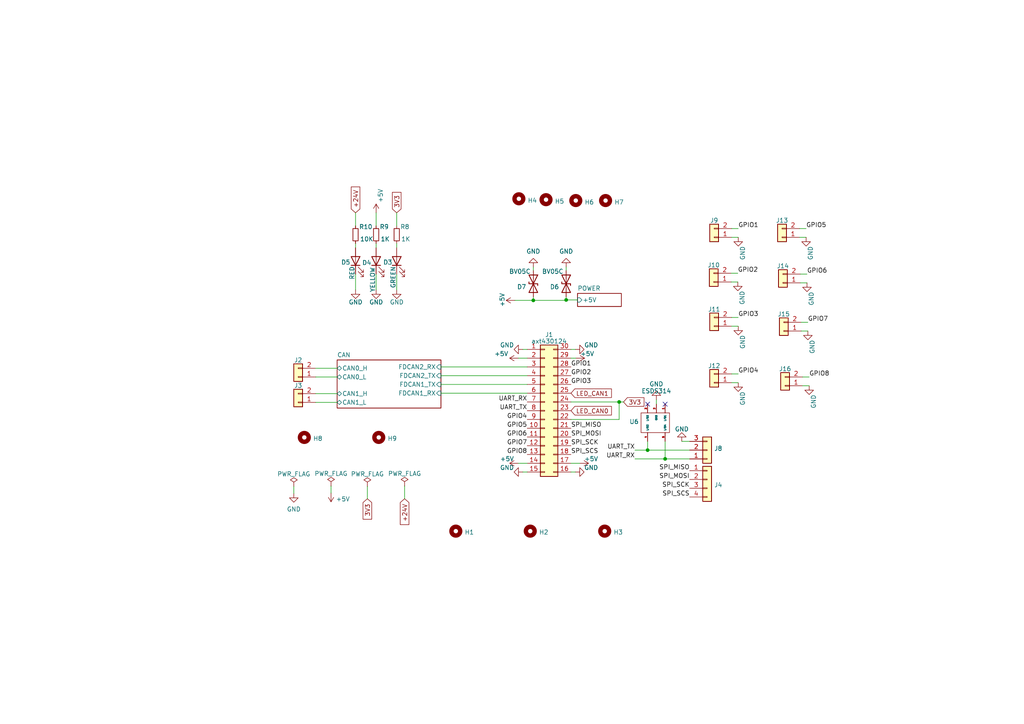
<source format=kicad_sch>
(kicad_sch (version 20230121) (generator eeschema)
  (paper "A4")
  (lib_symbols
    (symbol "Connector_Generic:Conn_01x02" (pin_names (offset 1.016) hide)
      (property "Reference" "J" (at 0 2.54 0))
      (property "Value" "Conn_01x02" (at 0 -5.08 0))
      (symbol "Conn_01x02_1_1"
        (rectangle (start -1.27 -2.413) (end 0 -2.667) (stroke (width 0.1524)))
        (rectangle (start -1.27 0.127) (end 0 -0.127) (stroke (width 0.1524)))
        (rectangle (start -1.27 1.27) (end 1.27 -3.81) (stroke (width 0.254)) (fill (type background)))
        (pin passive line (at -5.08 0 0) (length 3.81) (name "Pin_1") (number "1"))
        (pin passive line (at -5.08 -2.54 0) (length 3.81) (name "Pin_2") (number "2"))
      )
    )
    (symbol "Connector_Generic:Conn_01x03" (pin_names (offset 1.016) hide)
      (property "Reference" "J" (at 0 5.08 0))
      (property "Value" "Conn_01x03" (at 0 -5.08 0))
      (symbol "Conn_01x03_1_1"
        (rectangle (start -1.27 -2.413) (end 0 -2.667) (stroke (width 0.1524)))
        (rectangle (start -1.27 0.127) (end 0 -0.127) (stroke (width 0.1524)))
        (rectangle (start -1.27 2.667) (end 0 2.413) (stroke (width 0.1524)))
        (rectangle (start -1.27 3.81) (end 1.27 -3.81) (stroke (width 0.254)) (fill (type background)))
        (pin passive line (at -5.08 2.54 0) (length 3.81) (name "Pin_1") (number "1"))
        (pin passive line (at -5.08 0 0) (length 3.81) (name "Pin_2") (number "2"))
        (pin passive line (at -5.08 -2.54 0) (length 3.81) (name "Pin_3") (number "3"))
      )
    )
    (symbol "Connector_Generic:Conn_01x04" (pin_names (offset 1.016) hide)
      (property "Reference" "J" (at 0 5.08 0))
      (property "Value" "Conn_01x04" (at 0 -7.62 0))
      (symbol "Conn_01x04_1_1"
        (rectangle (start -1.27 -4.953) (end 0 -5.207) (stroke (width 0.1524)))
        (rectangle (start -1.27 -2.413) (end 0 -2.667) (stroke (width 0.1524)))
        (rectangle (start -1.27 0.127) (end 0 -0.127) (stroke (width 0.1524)))
        (rectangle (start -1.27 2.667) (end 0 2.413) (stroke (width 0.1524)))
        (rectangle (start -1.27 3.81) (end 1.27 -6.35) (stroke (width 0.254)) (fill (type background)))
        (pin passive line (at -5.08 2.54 0) (length 3.81) (name "Pin_1") (number "1"))
        (pin passive line (at -5.08 0 0) (length 3.81) (name "Pin_2") (number "2"))
        (pin passive line (at -5.08 -2.54 0) (length 3.81) (name "Pin_3") (number "3"))
        (pin passive line (at -5.08 -5.08 0) (length 3.81) (name "Pin_4") (number "4"))
      )
    )
    (symbol "Device:D_TVS" (pin_numbers hide) (pin_names (offset 1.016) hide)
      (property "Reference" "D" (at 0 2.54 0))
      (property "Value" "D_TVS" (at 0 -2.54 0))
      (symbol "D_TVS_0_1"
        (polyline (pts (xy 1.27 0) (xy -1.27 0)))
        (polyline (pts (xy 0.508 1.27) (xy 0 1.27) (xy 0 -1.27) (xy -0.508 -1.27)) (stroke (width 0.254)))
        (polyline (pts (xy -2.54 1.27) (xy -2.54 -1.27) (xy 2.54 1.27) (xy 2.54 -1.27) (xy -2.54 1.27)) (stroke (width 0.254)))
      )
      (symbol "D_TVS_1_1"
        (pin passive line (at -3.81 0 0) (length 2.54) (name "A1") (number "1"))
        (pin passive line (at 3.81 0 180) (length 2.54) (name "A2") (number "2"))
      )
    )
    (symbol "Device:LED" (pin_numbers hide) (pin_names (offset 1.016) hide)
      (property "Reference" "D" (at 0 2.54 0))
      (property "Value" "LED" (at 0 -2.54 0))
      (symbol "LED_0_1"
        (polyline (pts (xy -1.27 -1.27) (xy -1.27 1.27)) (stroke (width 0.254)))
        (polyline (pts (xy -1.27 0) (xy 1.27 0)))
        (polyline (pts (xy 1.27 -1.27) (xy 1.27 1.27) (xy -1.27 0) (xy 1.27 -1.27)) (stroke (width 0.254)))
        (polyline (pts (xy -3.048 -0.762) (xy -4.572 -2.286) (xy -3.81 -2.286) (xy -4.572 -2.286) (xy -4.572 -1.524)))
        (polyline (pts (xy -1.778 -0.762) (xy -3.302 -2.286) (xy -2.54 -2.286) (xy -3.302 -2.286) (xy -3.302 -1.524)))
      )
      (symbol "LED_1_1"
        (pin passive line (at -3.81 0 0) (length 2.54) (name "K") (number "1"))
        (pin passive line (at 3.81 0 180) (length 2.54) (name "A") (number "2"))
      )
    )
    (symbol "Device:R_Small" (pin_numbers hide) (pin_names (offset 0.254) hide)
      (property "Reference" "R" (at 0.762 0.508 0))
      (property "Value" "R_Small" (at 0.762 -1.016 0))
      (symbol "R_Small_0_1"
        (rectangle (start -0.762 1.778) (end 0.762 -1.778) (stroke (width 0.2032)))
      )
      (symbol "R_Small_1_1"
        (pin passive line (at 0 2.54 270) (length 0.762) (name "~") (number "1"))
        (pin passive line (at 0 -2.54 90) (length 0.762) (name "~") (number "2"))
      )
    )
    (symbol "Extra IC:ESDS314"
      (property "Reference" "U" (at 0 -6.985 0))
      (property "Value" "ESDS314" (at 0 -9.525 0))
      (symbol "ESDS314_0_1"
        (rectangle (start -4.445 2.54) (end 3.81 -3.175))
      )
      (symbol "ESDS314_1_1"
        (pin bidirectional line (at 2.54 5.08 270) (length 2.54) (name "I/O1") (number "1"))
        (pin power_out line (at 0 5.08 270) (length 2.54) (name "GND") (number "2"))
        (pin bidirectional line (at -2.54 5.08 270) (length 2.54) (name "I/O2") (number "3"))
        (pin bidirectional line (at -2.54 -5.715 90) (length 2.54) (name "I/O3") (number "4"))
        (pin bidirectional line (at 2.54 -5.715 90) (length 2.54) (name "I/O4") (number "5"))
      )
    )
    (symbol "Extra IC:axt430124"
      (property "Reference" "J" (at 0 22.86 0))
      (property "Value" "axt430124" (at 0 20.32 0))
      (symbol "axt430124_1_1"
        (rectangle (start -2.54 -17.653) (end -1.27 -17.907) (stroke (width 0.1524)))
        (rectangle (start -2.54 -15.113) (end -1.27 -15.367) (stroke (width 0.1524)))
        (rectangle (start -2.54 -12.573) (end -1.27 -12.827) (stroke (width 0.1524)))
        (rectangle (start -2.54 -10.033) (end -1.27 -10.287) (stroke (width 0.1524)))
        (rectangle (start -2.54 -7.493) (end -1.27 -7.747) (stroke (width 0.1524)))
        (rectangle (start -2.54 -4.953) (end -1.27 -5.207) (stroke (width 0.1524)))
        (rectangle (start -2.54 -2.413) (end -1.27 -2.667) (stroke (width 0.1524)))
        (rectangle (start -2.54 0.127) (end -1.27 -0.127) (stroke (width 0.1524)))
        (rectangle (start -2.54 2.667) (end -1.27 2.413) (stroke (width 0.1524)))
        (rectangle (start -2.54 5.207) (end -1.27 4.953) (stroke (width 0.1524)))
        (rectangle (start -2.54 7.747) (end -1.27 7.493) (stroke (width 0.1524)))
        (rectangle (start -2.54 10.287) (end -1.27 10.033) (stroke (width 0.1524)))
        (rectangle (start -2.54 12.827) (end -1.27 12.573) (stroke (width 0.1524)))
        (rectangle (start -2.54 15.367) (end -1.27 15.113) (stroke (width 0.1524)))
        (rectangle (start -2.54 17.907) (end -1.27 17.653) (stroke (width 0.1524)))
        (rectangle (start -2.54 19.05) (end 2.54 -19.05) (stroke (width 0.254)) (fill (type background)))
        (rectangle (start 2.54 -17.653) (end 1.27 -17.907) (stroke (width 0.1524)))
        (rectangle (start 2.54 -15.113) (end 1.27 -15.367) (stroke (width 0.1524)))
        (rectangle (start 2.54 -12.573) (end 1.27 -12.827) (stroke (width 0.1524)))
        (rectangle (start 2.54 -10.033) (end 1.27 -10.287) (stroke (width 0.1524)))
        (rectangle (start 2.54 -7.493) (end 1.27 -7.747) (stroke (width 0.1524)))
        (rectangle (start 2.54 -4.953) (end 1.27 -5.207) (stroke (width 0.1524)))
        (rectangle (start 2.54 -2.413) (end 1.27 -2.667) (stroke (width 0.1524)))
        (rectangle (start 2.54 0.127) (end 1.27 -0.127) (stroke (width 0.1524)))
        (rectangle (start 2.54 2.667) (end 1.27 2.413) (stroke (width 0.1524)))
        (rectangle (start 2.54 5.207) (end 1.27 4.953) (stroke (width 0.1524)))
        (rectangle (start 2.54 7.747) (end 1.27 7.493) (stroke (width 0.1524)))
        (rectangle (start 2.54 10.287) (end 1.27 10.033) (stroke (width 0.1524)))
        (rectangle (start 2.54 12.827) (end 1.27 12.573) (stroke (width 0.1524)))
        (rectangle (start 2.54 15.367) (end 1.27 15.113) (stroke (width 0.1524)))
        (rectangle (start 2.54 17.907) (end 1.27 17.653) (stroke (width 0.1524)))
        (pin passive line (at -6.35 17.78 0) (length 3.81) (name "") (number "1"))
        (pin passive line (at -6.35 -5.08 0) (length 3.81) (name "") (number "10"))
        (pin passive line (at -6.35 -7.62 0) (length 3.81) (name "") (number "11"))
        (pin passive line (at -6.35 -10.16 0) (length 3.81) (name "") (number "12"))
        (pin passive line (at -6.35 -12.7 0) (length 3.81) (name "") (number "13"))
        (pin passive line (at -6.35 -15.24 0) (length 3.81) (name "") (number "14"))
        (pin passive line (at -6.35 -17.78 0) (length 3.81) (name "") (number "15"))
        (pin passive line (at 6.35 -17.78 180) (length 3.81) (name "") (number "16"))
        (pin passive line (at 6.35 -15.24 180) (length 3.81) (name "") (number "17"))
        (pin passive line (at 6.35 -12.7 180) (length 3.81) (name "") (number "18"))
        (pin passive line (at 6.35 -10.16 180) (length 3.81) (name "") (number "19"))
        (pin passive line (at -6.35 15.24 0) (length 3.81) (name "") (number "2"))
        (pin passive line (at 6.35 -7.62 180) (length 3.81) (name "") (number "20"))
        (pin passive line (at 6.35 -5.08 180) (length 3.81) (name "") (number "21"))
        (pin passive line (at 6.35 -2.54 180) (length 3.81) (name "") (number "22"))
        (pin passive line (at 6.35 0 180) (length 3.81) (name "") (number "23"))
        (pin passive line (at 6.35 2.54 180) (length 3.81) (name "") (number "24"))
        (pin passive line (at 6.35 5.08 180) (length 3.81) (name "") (number "25"))
        (pin passive line (at 6.35 7.62 180) (length 3.81) (name "") (number "26"))
        (pin passive line (at 6.35 10.16 180) (length 3.81) (name "") (number "27"))
        (pin passive line (at 6.35 12.7 180) (length 3.81) (name "") (number "28"))
        (pin passive line (at 6.35 15.24 180) (length 3.81) (name "") (number "29"))
        (pin passive line (at -6.35 12.7 0) (length 3.81) (name "") (number "3"))
        (pin passive line (at 6.35 17.78 180) (length 3.81) (name "") (number "30"))
        (pin passive line (at -6.35 10.16 0) (length 3.81) (name "") (number "4"))
        (pin passive line (at -6.35 7.62 0) (length 3.81) (name "") (number "5"))
        (pin passive line (at -6.35 5.08 0) (length 3.81) (name "") (number "6"))
        (pin passive line (at -6.35 2.54 0) (length 3.81) (name "") (number "7"))
        (pin passive line (at -6.35 0 0) (length 3.81) (name "") (number "8"))
        (pin passive line (at -6.35 -2.54 0) (length 3.81) (name "") (number "9"))
      )
    )
    (symbol "Mechanical:MountingHole" (pin_names (offset 1.016))
      (property "Reference" "H" (at 0 5.08 0))
      (property "Value" "MountingHole" (at 0 3.175 0))
      (symbol "MountingHole_0_1"
        (circle (center 0 0) (radius 1.27) (stroke (width 1.27)))
      )
    )
    (symbol "power:+5V" (power) (pin_names (offset 0))
      (property "Value" "+5V" (at 0 3.556 0))
      (symbol "+5V_0_1"
        (polyline (pts (xy -0.762 1.27) (xy 0 2.54)))
        (polyline (pts (xy 0 0) (xy 0 2.54)))
        (polyline (pts (xy 0 2.54) (xy 0.762 1.27)))
      )
      (symbol "+5V_1_1"
        (pin power_in line (at 0 0 90) (length 0) hide (name "+5V") (number "1"))
      )
    )
    (symbol "power:GND" (power) (pin_names (offset 0))
      (property "Value" "GND" (at 0 -3.81 0))
      (symbol "GND_0_1"
        (polyline (pts (xy 0 0) (xy 0 -1.27) (xy 1.27 -1.27) (xy 0 -2.54) (xy -1.27 -1.27) (xy 0 -1.27)))
      )
      (symbol "GND_1_1"
        (pin power_in line (at 0 0 270) (length 0) hide (name "GND") (number "1"))
      )
    )
    (symbol "power:PWR_FLAG" (power) (pin_numbers hide) (pin_names (offset 0) hide)
      (property "Value" "PWR_FLAG" (at 0 3.81 0))
      (symbol "PWR_FLAG_0_0"
        (pin power_out line (at 0 0 90) (length 0) (name "pwr") (number "1"))
      )
      (symbol "PWR_FLAG_0_1"
        (polyline (pts (xy 0 0) (xy 0 1.27) (xy -1.016 1.905) (xy 0 2.54) (xy 1.016 1.905) (xy 0 1.27)))
      )
    )
  )
  (junction (at 192.913 133.096))
  (junction (at 154.686 87.122))
  (junction (at 164.211 86.995))
  (junction (at 187.833 130.556))
  (junction (at 179.578 116.586))
  (no_connect (at 187.833 117.221))
  (no_connect (at 192.913 117.221))
  (wire (pts (xy 91.567 109.347) (xy 97.79 109.347)))
  (wire (pts (xy 214.122 68.834) (xy 212.217 68.834)))
  (wire (pts (xy 234.315 96.012) (xy 232.41 96.012)))
  (wire (pts (xy 187.833 128.016) (xy 187.833 130.556)))
  (wire (pts (xy 190.373 115.951) (xy 190.373 117.221)))
  (wire (pts (xy 234.315 93.472) (xy 232.41 93.472)))
  (wire (pts (xy 233.807 68.834) (xy 231.902 68.834)))
  (wire (pts (xy 164.211 78.486) (xy 164.211 77.47)))
  (wire (pts (xy 164.211 86.106) (xy 164.211 86.995)))
  (wire (pts (xy 106.553 144.653) (xy 106.553 141.097)))
  (wire (pts (xy 197.739 128.016) (xy 200.025 128.016)))
  (wire (pts (xy 192.913 128.016) (xy 192.913 133.096)))
  (wire (pts (xy 127.889 111.506) (xy 152.908 111.506)))
  (wire (pts (xy 154.686 86.106) (xy 154.686 87.122)))
  (wire (pts (xy 168.148 134.366) (xy 165.608 134.366)))
  (wire (pts (xy 167.005 103.886) (xy 165.608 103.886)))
  (wire (pts (xy 165.608 121.666) (xy 179.578 121.666)))
  (wire (pts (xy 109.093 70.612) (xy 109.093 71.882)))
  (wire (pts (xy 187.833 130.556) (xy 200.025 130.556)))
  (wire (pts (xy 184.15 130.556) (xy 187.833 130.556)))
  (wire (pts (xy 127.889 114.046) (xy 152.908 114.046)))
  (wire (pts (xy 152.908 136.906) (xy 151.638 136.906)))
  (wire (pts (xy 149.352 87.122) (xy 154.686 87.122)))
  (wire (pts (xy 91.567 114.173) (xy 97.79 114.173)))
  (wire (pts (xy 234.696 111.887) (xy 232.791 111.887)))
  (wire (pts (xy 165.608 136.906) (xy 166.878 136.906)))
  (wire (pts (xy 115.062 61.722) (xy 115.062 65.532)))
  (wire (pts (xy 214.122 66.294) (xy 212.217 66.294)))
  (wire (pts (xy 127.889 106.426) (xy 152.908 106.426)))
  (wire (pts (xy 150.368 103.886) (xy 152.908 103.886)))
  (wire (pts (xy 91.567 106.807) (xy 97.79 106.807)))
  (wire (pts (xy 150.368 134.366) (xy 152.908 134.366)))
  (wire (pts (xy 214.122 110.998) (xy 212.217 110.998)))
  (wire (pts (xy 214.122 94.615) (xy 212.217 94.615)))
  (wire (pts (xy 179.578 116.586) (xy 165.608 116.586)))
  (wire (pts (xy 115.062 70.612) (xy 115.062 71.882)))
  (wire (pts (xy 164.211 86.995) (xy 167.513 86.995)))
  (wire (pts (xy 115.062 79.502) (xy 115.062 84.074)))
  (wire (pts (xy 213.995 81.788) (xy 212.09 81.788)))
  (wire (pts (xy 151.638 101.346) (xy 152.908 101.346)))
  (wire (pts (xy 154.686 78.486) (xy 154.686 77.47)))
  (wire (pts (xy 192.913 133.096) (xy 200.025 133.096)))
  (wire (pts (xy 164.211 87.122) (xy 164.211 86.995)))
  (wire (pts (xy 234.061 79.502) (xy 232.156 79.502)))
  (wire (pts (xy 103.124 61.722) (xy 103.124 65.532)))
  (wire (pts (xy 180.848 116.586) (xy 179.578 116.586)))
  (wire (pts (xy 165.608 101.346) (xy 166.878 101.346)))
  (wire (pts (xy 109.093 61.722) (xy 109.093 65.532)))
  (wire (pts (xy 234.696 109.347) (xy 232.791 109.347)))
  (wire (pts (xy 233.807 66.294) (xy 231.902 66.294)))
  (wire (pts (xy 213.995 79.248) (xy 212.09 79.248)))
  (wire (pts (xy 179.578 116.586) (xy 179.578 121.666)))
  (wire (pts (xy 214.122 108.458) (xy 212.217 108.458)))
  (wire (pts (xy 127.889 108.966) (xy 152.908 108.966)))
  (wire (pts (xy 96.012 140.97) (xy 96.012 143.002)))
  (wire (pts (xy 91.567 116.713) (xy 97.79 116.713)))
  (wire (pts (xy 214.122 92.075) (xy 212.217 92.075)))
  (wire (pts (xy 109.093 79.502) (xy 109.093 84.074)))
  (wire (pts (xy 234.061 82.042) (xy 232.156 82.042)))
  (wire (pts (xy 103.124 79.502) (xy 103.124 84.074)))
  (wire (pts (xy 184.15 133.096) (xy 192.913 133.096)))
  (wire (pts (xy 154.686 87.122) (xy 164.211 87.122)))
  (wire (pts (xy 103.124 70.612) (xy 103.124 71.882)))
  (wire (pts (xy 117.348 140.97) (xy 117.348 144.653)))
  (wire (pts (xy 85.217 141.097) (xy 85.217 143.129)))
  (label "UART_RX" (at 184.15 133.096 180))
  (label "SPI_SCK" (at 165.608 129.286 0))
  (label "SPI_SCS" (at 200.025 144.145 180))
  (label "GPIO2" (at 213.995 79.248 0))
  (label "SPI_MISO" (at 165.608 124.206 0))
  (label "GPIO8" (at 234.696 109.347 0))
  (label "GPIO3" (at 214.122 92.075 0))
  (label "UART_TX" (at 184.15 130.556 180))
  (label "GPIO8" (at 152.908 131.826 180))
  (label "GPIO5" (at 152.908 124.206 180))
  (label "GPIO4" (at 214.122 108.458 0))
  (label "GPIO7" (at 234.315 93.472 0))
  (label "SPI_SCK" (at 200.025 141.605 180))
  (label "SPI_MOSI" (at 165.608 126.746 0))
  (label "SPI_SCS" (at 165.608 131.826 0))
  (label "GPIO6" (at 234.061 79.502 0))
  (label "GPIO1" (at 214.122 66.294 0))
  (label "GPIO1" (at 165.608 106.426 0))
  (label "SPI_MISO" (at 200.025 136.525 180))
  (label "UART_TX" (at 152.908 119.126 180))
  (label "GPIO2" (at 165.608 108.966 0))
  (label "SPI_MOSI" (at 200.025 139.065 180))
  (label "GPIO7" (at 152.908 129.286 180))
  (label "GPIO4" (at 152.908 121.666 180))
  (label "UART_RX" (at 152.908 116.586 180))
  (label "GPIO3" (at 165.608 111.506 0))
  (label "GPIO5" (at 233.807 66.294 0))
  (label "GPIO6" (at 152.908 126.746 180))
  (global_label "+24V" (shape input) (at 103.124 61.722 90) (property "Intersheetrefs" "${INTERSHEET_REFS}" (effects hide)))
  (global_label "+24V" (shape input) (at 117.348 144.653 270) (property "Intersheetrefs" "${INTERSHEET_REFS}" (effects hide)))
  (global_label "3V3" (shape input) (at 180.848 116.586 0) (property "Intersheetrefs" "${INTERSHEET_REFS}" (effects hide)))
  (global_label "3V3" (shape input) (at 115.062 61.722 90) (property "Intersheetrefs" "${INTERSHEET_REFS}" (effects hide)))
  (global_label "LED_CAN0" (shape input) (at 165.608 119.126 0) (property "Intersheetrefs" "${INTERSHEET_REFS}" (effects hide)))
  (global_label "3V3" (shape input) (at 106.553 144.653 270) (property "Intersheetrefs" "${INTERSHEET_REFS}" (effects hide)))
  (global_label "LED_CAN1" (shape input) (at 165.608 114.046 0) (property "Intersheetrefs" "${INTERSHEET_REFS}" (effects hide)))
  (symbol (lib_id "Mechanical:MountingHole") (at 175.387 154.051 0) (unit 1)
    (property "Reference" "H3" (at 177.927 154.3678 0) (effects (justify left)))
    (property "Value" "MountingHole" (effects hide))
    (property "Footprint" "EXTRA IC:M1.6" (effects hide))
  )
  (symbol (lib_id "power:+5V") (at 167.005 103.886 270) (unit 1)
    (property "Reference" "#PWR014" (effects hide))
    (property "Value" "+5V" (at 168.275 102.616 90) (effects (justify left)))
  )
  (symbol (lib_id "power:GND") (at 115.062 84.074 0) (mirror y) (unit 1)
    (property "Reference" "#PWR033" (effects hide))
    (property "Value" "GND" (at 113.03 87.63 0) (effects (justify right)))
  )
  (symbol (lib_id "power:GND") (at 234.061 82.042 0) (mirror y) (unit 1)
    (property "Reference" "#PWR049" (effects hide))
    (property "Value" "GND" (at 235.331 84.582 90) (effects (justify right)))
  )
  (symbol (lib_id "power:GND") (at 214.122 110.998 0) (mirror y) (unit 1)
    (property "Reference" "#PWR047" (effects hide))
    (property "Value" "GND" (at 215.392 113.538 90) (effects (justify right)))
  )
  (symbol (lib_id "power:PWR_FLAG") (at 85.217 141.097 0) (unit 1)
    (property "Reference" "#FLG01" (effects hide))
    (property "Value" "PWR_FLAG" (at 85.217 137.4925 0))
  )
  (symbol (lib_id "power:+5V") (at 149.352 87.122 90) (unit 1)
    (property "Reference" "#PWR020" (effects hide))
    (property "Value" "+5V" (at 145.669 89.027 0) (effects (justify left)))
  )
  (symbol (lib_id "power:GND") (at 166.878 101.346 90) (mirror x) (unit 1)
    (property "Reference" "#PWR01" (effects hide))
    (property "Value" "GND" (at 169.418 100.076 90) (effects (justify right)))
  )
  (symbol (lib_id "Mechanical:MountingHole") (at 158.369 57.912 0) (unit 1)
    (property "Reference" "H5" (at 160.909 58.391 0) (effects (justify left)))
    (property "Value" "MountingHole" (effects hide))
    (property "Footprint" "EXTRA IC:M1.6" (effects hide))
  )
  (symbol (lib_id "power:GND") (at 214.122 68.834 0) (mirror y) (unit 1)
    (property "Reference" "#PWR044" (effects hide))
    (property "Value" "GND" (at 215.392 71.374 90) (effects (justify right)))
  )
  (symbol (lib_id "power:GND") (at 166.878 136.906 90) (mirror x) (unit 1)
    (property "Reference" "#PWR04" (effects hide))
    (property "Value" "GND" (at 169.418 135.636 90) (effects (justify right)))
  )
  (symbol (lib_id "Connector_Generic:Conn_01x03") (at 205.105 130.556 0) (mirror x) (unit 1)
    (property "Reference" "J8" (at 207.137 130.077 0) (effects (justify left)))
    (property "Value" "Conn_01x03" (effects hide))
    (property "Footprint" "Connector_JST:JST_GH_SM03B-GHS-TB_1x03-1MP_P1.25mm_Horizontal" (effects hide))
  )
  (symbol (lib_id "power:GND") (at 190.373 115.951 180) (unit 1)
    (property "Reference" "#PWR043" (effects hide))
    (property "Value" "GND" (at 190.373 111.3885 0))
  )
  (symbol (lib_id "power:GND") (at 151.638 101.346 270) (unit 1)
    (property "Reference" "#PWR05" (effects hide))
    (property "Value" "GND" (at 149.098 100.076 90) (effects (justify right)))
  )
  (symbol (lib_id "power:GND") (at 234.696 111.887 0) (mirror y) (unit 1)
    (property "Reference" "#PWR051" (effects hide))
    (property "Value" "GND" (at 235.966 114.427 90) (effects (justify right)))
  )
  (symbol (lib_id "Device:LED") (at 109.093 75.692 90) (unit 1)
    (property "Reference" "D4" (at 105.029 76.2 90) (effects (justify right)))
    (property "Value" "YELLOW" (at 108.077 77.47 0) (effects (justify right)))
    (property "Footprint" "LED_SMD:LED_0402_1005Metric" (effects hide))
  )
  (symbol (lib_id "power:GND") (at 109.093 84.074 0) (mirror y) (unit 1)
    (property "Reference" "#PWR034" (effects hide))
    (property "Value" "GND" (at 107.061 87.63 0) (effects (justify right)))
  )
  (symbol (lib_id "Device:LED") (at 115.062 75.692 90) (unit 1)
    (property "Reference" "D3" (at 111.125 76.073 90) (effects (justify right)))
    (property "Value" "GREEN" (at 114.046 77.216 0) (effects (justify right)))
    (property "Footprint" "LED_SMD:LED_0402_1005Metric" (effects hide))
  )
  (symbol (lib_id "power:+5V") (at 150.368 134.366 90) (unit 1)
    (property "Reference" "#PWR07" (effects hide))
    (property "Value" "+5V" (at 149.098 133.096 90) (effects (justify left)))
  )
  (symbol (lib_id "Mechanical:MountingHole") (at 175.641 58.166 0) (unit 1)
    (property "Reference" "H7" (at 178.181 58.645 0) (effects (justify left)))
    (property "Value" "MountingHole" (effects hide))
    (property "Footprint" "EXTRA IC:M1.6" (effects hide))
  )
  (symbol (lib_id "Mechanical:MountingHole") (at 167.005 58.166 0) (unit 1)
    (property "Reference" "H6" (at 169.545 58.645 0) (effects (justify left)))
    (property "Value" "MountingHole" (effects hide))
    (property "Footprint" "EXTRA IC:M1.6" (effects hide))
  )
  (symbol (lib_id "Connector_Generic:Conn_01x02") (at 207.137 110.998 180) (unit 1)
    (property "Reference" "J12" (at 207.137 106.0991 0))
    (property "Value" "Conn_01x02" (effects hide))
    (property "Footprint" "Connector_JST:JST_GH_BM02B-GHS-TBT_1x02-1MP_P1.25mm_Vertical" (effects hide))
  )
  (symbol (lib_id "Connector_Generic:Conn_01x02") (at 227.33 96.012 180) (unit 1)
    (property "Reference" "J15" (at 227.33 91.1131 0))
    (property "Value" "Conn_01x02" (effects hide))
    (property "Footprint" "Connector_JST:JST_GH_BM02B-GHS-TBT_1x02-1MP_P1.25mm_Vertical" (effects hide))
  )
  (symbol (lib_id "power:GND") (at 213.995 81.788 0) (mirror y) (unit 1)
    (property "Reference" "#PWR045" (effects hide))
    (property "Value" "GND" (at 215.265 84.328 90) (effects (justify right)))
  )
  (symbol (lib_id "Device:D_TVS") (at 164.211 82.296 270) (unit 1)
    (property "Reference" "D6" (at 162.179 83.2045 90) (effects (justify right)))
    (property "Value" "BV05C" (at 163.449 78.74 90) (effects (justify right)))
    (property "Footprint" "Diode_SMD:D_SOD-323" (effects hide))
  )
  (symbol (lib_id "Device:LED") (at 103.124 75.692 90) (unit 1)
    (property "Reference" "D5" (at 98.933 76.073 90) (effects (justify right)))
    (property "Value" "RED" (at 102.108 77.216 0) (effects (justify right)))
    (property "Footprint" "LED_SMD:LED_0402_1005Metric" (effects hide))
  )
  (symbol (lib_id "Extra IC:ESDS314") (at 190.373 122.301 0) (unit 1)
    (property "Reference" "U6" (at 185.293 122.3017 0) (effects (justify right)))
    (property "Value" "ESDS314" (at 190.373 113.411 0))
    (property "Footprint" "Package_TO_SOT_SMD:SOT-23-5" (effects hide))
  )
  (symbol (lib_id "Connector_Generic:Conn_01x02") (at 227.711 111.887 180) (unit 1)
    (property "Reference" "J16" (at 227.711 106.9881 0))
    (property "Value" "Conn_01x02" (effects hide))
    (property "Footprint" "Connector_JST:JST_GH_BM02B-GHS-TBT_1x02-1MP_P1.25mm_Vertical" (effects hide))
  )
  (symbol (lib_id "Connector_Generic:Conn_01x02") (at 207.137 94.615 180) (unit 1)
    (property "Reference" "J11" (at 207.137 89.7161 0))
    (property "Value" "Conn_01x02" (effects hide))
    (property "Footprint" "Connector_JST:JST_GH_BM02B-GHS-TBT_1x02-1MP_P1.25mm_Vertical" (effects hide))
  )
  (symbol (lib_id "power:GND") (at 234.315 96.012 0) (mirror y) (unit 1)
    (property "Reference" "#PWR050" (effects hide))
    (property "Value" "GND" (at 235.585 98.552 90) (effects (justify right)))
  )
  (symbol (lib_id "Mechanical:MountingHole") (at 153.797 154.051 0) (unit 1)
    (property "Reference" "H2" (at 156.337 154.3678 0) (effects (justify left)))
    (property "Value" "MountingHole" (effects hide))
    (property "Footprint" "EXTRA IC:M1.6" (effects hide))
  )
  (symbol (lib_id "power:GND") (at 103.124 84.074 0) (mirror y) (unit 1)
    (property "Reference" "#PWR035" (effects hide))
    (property "Value" "GND" (at 101.092 87.63 0) (effects (justify right)))
  )
  (symbol (lib_id "Connector_Generic:Conn_01x02") (at 207.137 68.834 180) (unit 1)
    (property "Reference" "J9" (at 207.137 63.9351 0))
    (property "Value" "Conn_01x02" (effects hide))
    (property "Footprint" "Connector_JST:JST_GH_BM02B-GHS-TBT_1x02-1MP_P1.25mm_Vertical" (effects hide))
  )
  (symbol (lib_id "power:GND") (at 197.739 128.016 180) (unit 1)
    (property "Reference" "#PWR040" (effects hide))
    (property "Value" "GND" (at 195.707 124.46 0) (effects (justify right)))
  )
  (symbol (lib_id "Mechanical:MountingHole") (at 88.265 126.873 0) (unit 1)
    (property "Reference" "H8" (at 90.805 127.1898 0) (effects (justify left)))
    (property "Value" "MountingHole" (effects hide))
    (property "Footprint" "EXTRA IC:M2" (effects hide))
  )
  (symbol (lib_id "Device:R_Small") (at 103.124 68.072 180) (unit 1)
    (property "Reference" "R10" (at 104.14 65.786 0) (effects (justify right)))
    (property "Value" "10K" (at 104.394 69.342 0) (effects (justify right)))
    (property "Footprint" "Resistor_SMD:R_0402_1005Metric" (effects hide))
  )
  (symbol (lib_id "power:GND") (at 151.638 136.906 270) (unit 1)
    (property "Reference" "#PWR08" (effects hide))
    (property "Value" "GND" (at 149.098 135.636 90) (effects (justify right)))
  )
  (symbol (lib_id "Connector_Generic:Conn_01x02") (at 227.076 82.042 180) (unit 1)
    (property "Reference" "J14" (at 227.076 77.1431 0))
    (property "Value" "Conn_01x02" (effects hide))
    (property "Footprint" "Connector_JST:JST_GH_BM02B-GHS-TBT_1x02-1MP_P1.25mm_Vertical" (effects hide))
  )
  (symbol (lib_id "Connector_Generic:Conn_01x02") (at 86.487 116.713 180) (unit 1)
    (property "Reference" "J3" (at 86.487 111.8141 0))
    (property "Value" "Conn_01x02" (effects hide))
    (property "Footprint" "Connector_JST:JST_GH_SM02B-GHS-TB_1x02-1MP_P1.25mm_Horizontal" (effects hide))
  )
  (symbol (lib_id "power:+5V") (at 168.148 134.366 270) (unit 1)
    (property "Reference" "#PWR03" (effects hide))
    (property "Value" "+5V" (at 169.418 133.096 90) (effects (justify left)))
  )
  (symbol (lib_id "power:+5V") (at 96.012 143.002 180) (unit 1)
    (property "Reference" "#PWR039" (effects hide))
    (property "Value" "+5V" (at 97.409 144.751 0) (effects (justify right)))
  )
  (symbol (lib_id "power:PWR_FLAG") (at 106.553 141.097 0) (unit 1)
    (property "Reference" "#FLG03" (effects hide))
    (property "Value" "PWR_FLAG" (at 106.553 137.4925 0))
  )
  (symbol (lib_id "Connector_Generic:Conn_01x02") (at 226.822 68.834 180) (unit 1)
    (property "Reference" "J13" (at 226.822 63.9351 0))
    (property "Value" "Conn_01x02" (effects hide))
    (property "Footprint" "Connector_JST:JST_GH_BM02B-GHS-TBT_1x02-1MP_P1.25mm_Vertical" (effects hide))
  )
  (symbol (lib_id "Mechanical:MountingHole") (at 109.855 126.873 0) (unit 1)
    (property "Reference" "H9" (at 112.395 127.1898 0) (effects (justify left)))
    (property "Value" "MountingHole" (effects hide))
    (property "Footprint" "EXTRA IC:M2" (effects hide))
  )
  (symbol (lib_id "Connector_Generic:Conn_01x02") (at 86.487 109.347 180) (unit 1)
    (property "Reference" "J2" (at 86.487 104.4481 0))
    (property "Value" "Conn_01x02" (effects hide))
    (property "Footprint" "Connector_JST:JST_GH_SM02B-GHS-TB_1x02-1MP_P1.25mm_Horizontal" (effects hide))
  )
  (symbol (lib_id "power:GND") (at 233.807 68.834 0) (mirror y) (unit 1)
    (property "Reference" "#PWR048" (effects hide))
    (property "Value" "GND" (at 235.077 71.374 90) (effects (justify right)))
  )
  (symbol (lib_id "power:GND") (at 85.217 143.129 0) (unit 1)
    (property "Reference" "#PWR038" (effects hide))
    (property "Value" "GND" (at 85.217 147.6915 0))
  )
  (symbol (lib_id "power:GND") (at 154.686 77.47 180) (unit 1)
    (property "Reference" "#PWR041" (effects hide))
    (property "Value" "GND" (at 154.686 72.9075 0))
  )
  (symbol (lib_id "Connector_Generic:Conn_01x04") (at 205.105 139.065 0) (unit 1)
    (property "Reference" "J4" (at 207.137 140.6518 0) (effects (justify left)))
    (property "Value" "Conn_01x04" (effects hide))
    (property "Footprint" "Connector_JST:JST_GH_SM04B-GHS-TB_1x04-1MP_P1.25mm_Horizontal" (effects hide))
  )
  (symbol (lib_id "Mechanical:MountingHole") (at 150.495 57.658 0) (unit 1)
    (property "Reference" "H4" (at 153.035 58.137 0) (effects (justify left)))
    (property "Value" "MountingHole" (effects hide))
    (property "Footprint" "EXTRA IC:M1.6" (effects hide))
  )
  (symbol (lib_id "power:GND") (at 164.211 77.47 180) (unit 1)
    (property "Reference" "#PWR037" (effects hide))
    (property "Value" "GND" (at 164.211 72.9075 0))
  )
  (symbol (lib_id "Extra IC:axt430124") (at 159.258 119.126 0) (unit 1)
    (property "Reference" "J1" (at 159.258 97.0661 0))
    (property "Value" "axt430124" (at 159.258 98.9871 0))
    (property "Footprint" "EXTRA IC:axt330124" (effects hide))
  )
  (symbol (lib_id "Device:R_Small") (at 115.062 68.072 180) (unit 1)
    (property "Reference" "R8" (at 116.078 65.786 0) (effects (justify right)))
    (property "Value" "1K" (at 116.332 69.342 0) (effects (justify right)))
    (property "Footprint" "Resistor_SMD:R_0402_1005Metric" (effects hide))
  )
  (symbol (lib_id "Connector_Generic:Conn_01x02") (at 207.01 81.788 180) (unit 1)
    (property "Reference" "J10" (at 207.01 76.8891 0))
    (property "Value" "Conn_01x02" (effects hide))
    (property "Footprint" "Connector_JST:JST_GH_BM02B-GHS-TBT_1x02-1MP_P1.25mm_Vertical" (effects hide))
  )
  (symbol (lib_id "power:+5V") (at 150.368 103.886 90) (unit 1)
    (property "Reference" "#PWR06" (effects hide))
    (property "Value" "+5V" (at 147.447 102.616 90) (effects (justify left)))
  )
  (symbol (lib_id "power:+5V") (at 109.093 61.722 0) (unit 1)
    (property "Reference" "#PWR036" (effects hide))
    (property "Value" "+5V" (at 110.363 58.801 90) (effects (justify left)))
  )
  (symbol (lib_id "power:PWR_FLAG") (at 117.348 140.97 0) (unit 1)
    (property "Reference" "#FLG04" (effects hide))
    (property "Value" "PWR_FLAG" (at 117.348 137.3655 0))
  )
  (symbol (lib_id "Device:R_Small") (at 109.093 68.072 180) (unit 1)
    (property "Reference" "R9" (at 110.109 65.786 0) (effects (justify right)))
    (property "Value" "1K" (at 110.363 69.342 0) (effects (justify right)))
    (property "Footprint" "Resistor_SMD:R_0402_1005Metric" (effects hide))
  )
  (symbol (lib_id "power:GND") (at 214.122 94.615 0) (mirror y) (unit 1)
    (property "Reference" "#PWR046" (effects hide))
    (property "Value" "GND" (at 215.392 97.155 90) (effects (justify right)))
  )
  (symbol (lib_id "power:PWR_FLAG") (at 96.012 140.97 0) (unit 1)
    (property "Reference" "#FLG02" (effects hide))
    (property "Value" "PWR_FLAG" (at 96.012 137.3655 0))
  )
  (symbol (lib_id "Device:D_TVS") (at 154.686 82.296 270) (unit 1)
    (property "Reference" "D7" (at 152.654 83.2045 90) (effects (justify right)))
    (property "Value" "BV05C" (at 153.924 78.74 90) (effects (justify right)))
    (property "Footprint" "Diode_SMD:D_SOD-323" (effects hide))
  )
  (symbol (lib_id "Mechanical:MountingHole") (at 132.207 154.051 0) (unit 1)
    (property "Reference" "H1" (at 134.747 154.3678 0) (effects (justify left)))
    (property "Value" "MountingHole" (effects hide))
    (property "Footprint" "EXTRA IC:M1.6" (effects hide))
  )
  (sheet (at 167.513 85.09) (size 12.7 3.81) (stroke (width 0.1524))
    (property "Sheetname" "POWER" (at 167.513 84.3784 0) (effects (justify left bottom)))
    (property "Sheetfile" "POWER.kicad_sch" (effects hide))
    (pin "+5V" input (at 167.513 86.995 180))
  )
  (sheet (at 97.79 104.394) (size 30.099 13.97) (stroke (width 0.1524))
    (property "Sheetname" "CAN" (at 97.79 103.6824 0) (effects (justify left bottom)))
    (property "Sheetfile" "CAN.kicad_sch" (effects hide))
    (pin "FDCAN1_RX" input (at 127.889 114.046 0))
    (pin "FDCAN2_TX" input (at 127.889 108.966 0))
    (pin "FDCAN2_RX" input (at 127.889 106.426 0))
    (pin "FDCAN1_TX" input (at 127.889 111.506 0))
    (pin "CAN1_H" bidirectional (at 97.79 114.173 180))
    (pin "CAN1_L" bidirectional (at 97.79 116.713 180))
    (pin "CAN0_L" bidirectional (at 97.79 109.347 180))
    (pin "CAN0_H" bidirectional (at 97.79 106.807 180))
  )
)
</source>
